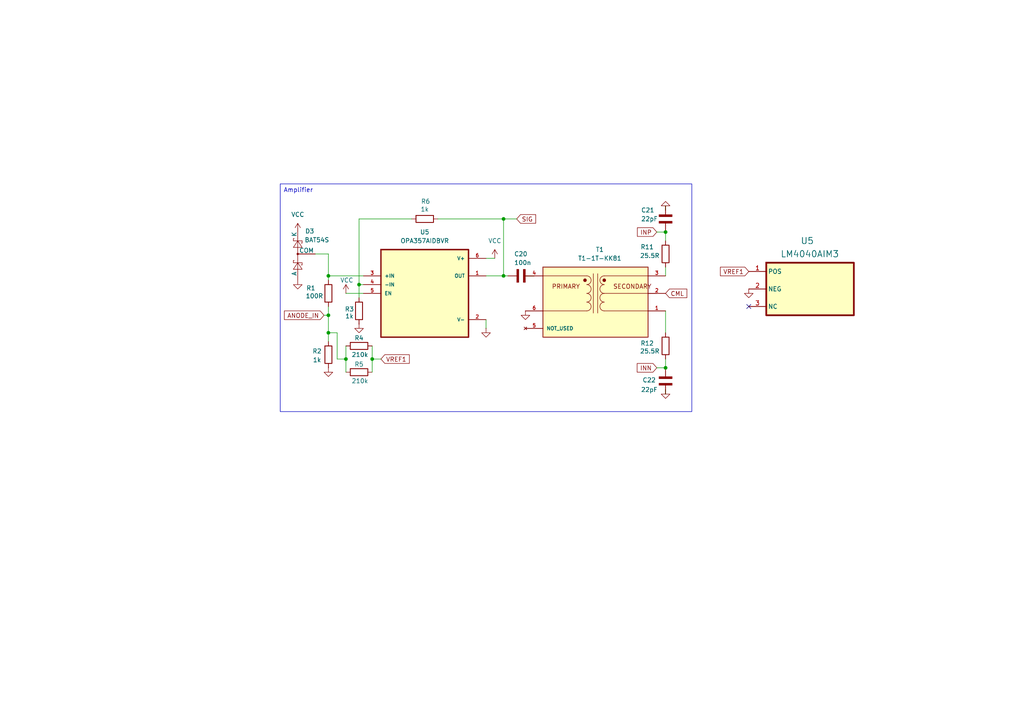
<source format=kicad_sch>
(kicad_sch (version 20250114) (generator "eeschema") (generator_version "9.0")
  (paper "A4")
  (title_block (title "Amplifier") (date "2025-09-07") (rev "0.2.3") (company "Vadym Vikulin") (comment 7 "Temperature Correction (~21 mV/K)"))
  (lib_symbols
    (symbol "CL10B104KC8NNNC_1" (pin_numbers (hide yes)) (pin_names (offset 1.016))
      (property "Reference" "C" (at 0 3.8109 0))
      (property "Value" "CL10B104KC8NNNC" (at 0 -5.0885 0))
      (symbol "CL10B104KC8NNNC_1_0_0"
        (rectangle (start 0 -1.9069) (end 0.635 1.905) (stroke (width 0.1)) (fill (type outline)))
        (rectangle (start 1.9069 -1.9069) (end 2.54 1.905) (stroke (width 0.1)) (fill (type outline)))
        (pin passive line (at -2.54 0 0) (length 2.54) (name "~") (number "1"))
        (pin passive line (at 5.08 0 180) (length 2.54) (name "~") (number "2"))
      )
    )
    (symbol "Device:R" (pin_numbers (hide yes)) (pin_names (offset 0))
      (property "Reference" "R" (at 2.032 0 90))
      (property "Value" "R" (at 0 0 90))
      (symbol "R_0_1"
        (rectangle (start -1.016 -2.54) (end 1.016 2.54) (stroke (width 0.254)))
      )
      (symbol "R_1_1"
        (pin passive line (at 0 3.81 270) (length 1.27) (name "~") (number "1"))
        (pin passive line (at 0 -3.81 90) (length 1.27) (name "~") (number "2"))
      )
    )
    (symbol "Diode:BAT54S" (pin_numbers (hide yes)) (pin_names (offset 0))
      (property "Reference" "D" (at 2.54 -5.08 0))
      (property "Value" "BAT54S" (at -6.35 3.175 0))
      (symbol "BAT54S_0_1"
        (polyline (pts (xy -4.445 1.27) (xy -4.445 -1.27) (xy -2.54 0) (xy -4.445 1.27)))
        (polyline (pts (xy -3.81 0) (xy -1.27 0)))
        (polyline (pts (xy -3.175 -1.27) (xy -3.175 -1.016)))
        (polyline (pts (xy -2.54 1.27) (xy -1.905 1.27)))
        (polyline (pts (xy -2.54 -1.27) (xy -3.175 -1.27)))
        (polyline (pts (xy -2.54 -1.27) (xy -2.54 1.27)))
        (polyline (pts (xy -1.905 1.27) (xy -1.905 1.016)))
        (polyline (pts (xy -1.905 0) (xy 1.905 0)))
        (circle (center 0 0) (radius 0.254) (fill (type outline)))
        (polyline (pts (xy 1.27 0) (xy 3.81 0)))
        (polyline (pts (xy 1.905 1.27) (xy 1.905 -1.27) (xy 3.81 0) (xy 1.905 1.27)))
        (polyline (pts (xy 3.175 -1.27) (xy 3.175 -1.016)))
        (polyline (pts (xy 3.81 1.27) (xy 4.445 1.27)))
        (polyline (pts (xy 3.81 -1.27) (xy 3.175 -1.27)))
        (polyline (pts (xy 3.81 -1.27) (xy 3.81 1.27)))
        (polyline (pts (xy 4.445 1.27) (xy 4.445 1.016)))
      )
      (symbol "BAT54S_1_1"
        (pin passive line (at -7.62 0 0) (length 3.81) (name "A") (number "1"))
        (pin passive line (at 0 -5.08 90) (length 5.08) (name "COM") (number "3"))
        (pin passive line (at 7.62 0 180) (length 3.81) (name "K") (number "2"))
      )
    )
    (symbol "ECHU1C471JX5:ECHU1C471JX5" (pin_numbers (hide yes)) (pin_names (offset 1.016))
      (property "Reference" "C" (at 0 3.81 0))
      (property "Value" "ECHU1C471JX5" (at 0 -5.088 0))
      (symbol "ECHU1C471JX5_0_0"
        (rectangle (start 0 -1.907) (end 0.635 1.905) (stroke (width 0.1)) (fill (type outline)))
        (rectangle (start 1.907 -1.907) (end 2.54 1.905) (stroke (width 0.1)) (fill (type outline)))
        (pin passive line (at -2.54 0 0) (length 2.54) (name "~") (number "1"))
        (pin passive line (at 5.08 0 180) (length 2.54) (name "~") (number "2"))
      )
    )
    (symbol "ECHU1C471JX5_1" (pin_numbers (hide yes)) (pin_names (offset 1.016))
      (property "Reference" "C" (at 0 3.81 0))
      (property "Value" "ECHU1C471JX5" (at 0 -5.088 0))
      (symbol "ECHU1C471JX5_1_0_0"
        (rectangle (start 0 -1.907) (end 0.635 1.905) (stroke (width 0.1)) (fill (type outline)))
        (rectangle (start 1.907 -1.907) (end 2.54 1.905) (stroke (width 0.1)) (fill (type outline)))
        (pin passive line (at -2.54 0 0) (length 2.54) (name "~") (number "1"))
        (pin passive line (at 5.08 0 180) (length 2.54) (name "~") (number "2"))
      )
    )
    (symbol "LM4040AIM3-3_0-T:LM4040AIM3-3_0-T"
      (property "Reference" "U" (at -1.27 1.27 0))
      (property "Value" "*" (at -1.27 -3.81 0))
      (property "Check_prices" "https://www.snapeda.com/parts/LM4040AIM3-3.0/NOPB/Texas%20Instruments/view-part/426658/?ref=eda" (at 0 -10.62 0))
      (symbol "LM4040AIM3-3_0-T_1_0"
        (rectangle (start 12.7 7.62) (end -12.7 -7.62) (stroke (width 0.508) (color 128 0 0 1)) (fill (type background)))
        (pin bidirectional line (at -17.78 5.08 0) (length 5.08) (name "POS") (number "1"))
        (pin bidirectional line (at -17.78 0 0) (length 5.08) (name "NEG") (number "2"))
        (pin bidirectional line (at -17.78 -5.08 0) (length 5.08) (name "NC") (number "3"))
      )
    )
    (symbol "OPA357AIDBVR:OPA357AIDBVR" (pin_names (offset 1.016))
      (property "Reference" "U" (at -12.7 13.7 0))
      (property "Value" "OPA357AIDBVR" (at -12.7 -16.7 0))
      (symbol "OPA357AIDBVR_0_0"
        (rectangle (start -12.7 -12.7) (end 12.7 12.7) (stroke (width 0.41)) (fill (type background)))
        (pin input line (at -17.78 5.08 0) (length 5.08) (name "+IN") (number "3"))
        (pin input line (at -17.78 2.54 0) (length 5.08) (name "-IN") (number "4"))
        (pin input line (at -17.78 0 0) (length 5.08) (name "EN") (number "5"))
        (pin power_in line (at 17.78 10.16 180) (length 5.08) (name "V+") (number "6"))
        (pin output line (at 17.78 5.08 180) (length 5.08) (name "OUT") (number "1"))
        (pin power_in line (at 17.78 -7.62 180) (length 5.08) (name "V-") (number "2"))
      )
    )
    (symbol "T1-1T-KK81:T1-1T-KK81_" (pin_names (offset 1.016))
      (property "Reference" "T" (at -15.24 10.668 0))
      (property "Value" "T1-1T-KK81_" (at -15.24 -12.7 0))
      (symbol "T1-1T-KK81__0_0"
        (rectangle (start -15.24 -10.16) (end 15.24 10.16) (stroke (width 0.254)) (fill (type background)))
        (circle (center -3.048 6.35) (radius 0.254) (stroke (width 0.508)))
        (arc (start -2.54 7.62) (mid -1.2755 6.35) (end -2.54 5.08) (stroke (width 0.1524)))
        (arc (start -2.54 5.08) (mid -1.2755 3.81) (end -2.54 2.54) (stroke (width 0.1524)))
        (arc (start -2.54 2.54) (mid -1.2755 1.27) (end -2.54 0) (stroke (width 0.1524)))
        (arc (start -2.54 0) (mid -1.2755 -1.27) (end -2.54 -2.54) (stroke (width 0.1524)))
        (polyline (pts (xy -2.54 7.62) (xy -15.24 7.62)) (stroke (width 0.1524)))
        (polyline (pts (xy -2.54 -2.54) (xy -15.24 -2.54)) (stroke (width 0.1524)))
        (polyline (pts (xy -0.635 8.255) (xy -0.635 -3.175)) (stroke (width 0.1524)))
        (polyline (pts (xy 0.635 8.255) (xy 0.635 -3.175)) (stroke (width 0.1524)))
        (polyline (pts (xy 2.54 7.62) (xy 15.24 7.62)) (stroke (width 0.1524)))
        (circle (center 2.54 6.35) (radius 0.254) (stroke (width 0.508)))
        (polyline (pts (xy 2.54 2.54) (xy 17.78 2.54)) (stroke (width 0.1524)))
        (polyline (pts (xy 2.54 -2.54) (xy 15.24 -2.54)) (stroke (width 0.1524)))
        (arc (start 2.54 5.08) (mid 1.2755 6.35) (end 2.54 7.62) (stroke (width 0.1524)))
        (arc (start 2.54 2.54) (mid 1.2755 3.81) (end 2.54 5.08) (stroke (width 0.1524)))
        (arc (start 2.54 0) (mid 1.2755 1.27) (end 2.54 2.54) (stroke (width 0.1524)))
        (arc (start 2.54 -2.54) (mid 1.2755 -1.27) (end 2.54 0) (stroke (width 0.1524)))
        (text "PRIMARY" (at -12.7 3.81 0) (effects (font (size 1.27 1.27)) (justify left bottom)))
        (text "SECONDARY" (at 5.08 3.81 0) (effects (font (size 1.27 1.27)) (justify left bottom)))
        (pin passive line (at -20.32 7.62 0) (length 5.08) (name "~") (number "4"))
        (pin passive line (at -20.32 -2.54 0) (length 5.08) (name "~") (number "6"))
        (pin no_connect line (at -20.32 -7.62 0) (length 5.08) (name "NOT_USED") (number "5"))
        (pin passive line (at 20.32 7.62 180) (length 5.08) (name "~") (number "3"))
        (pin passive line (at 20.32 2.54 180) (length 5.08) (name "~") (number "2"))
        (pin passive line (at 20.32 -2.54 180) (length 5.08) (name "~") (number "1"))
      )
    )
    (symbol "power:GND" (power) (pin_numbers (hide yes)) (pin_names (offset 0) (hide yes))
      (property "Value" "GND" (at 0 -3.81 0))
      (symbol "GND_0_1"
        (polyline (pts (xy 0 0) (xy 0 -1.27) (xy 1.27 -1.27) (xy 0 -2.54) (xy -1.27 -1.27) (xy 0 -1.27)))
      )
      (symbol "GND_1_1"
        (pin power_in line (at 0 0 270) (length 0) (name "~") (number "1"))
      )
    )
    (symbol "power:VCC" (power) (pin_numbers (hide yes)) (pin_names (offset 0) (hide yes))
      (property "Value" "VCC" (at 0 3.556 0))
      (symbol "VCC_0_1"
        (polyline (pts (xy -0.762 1.27) (xy 0 2.54)))
        (polyline (pts (xy 0 2.54) (xy 0.762 1.27)))
        (polyline (pts (xy 0 0) (xy 0 2.54)))
      )
      (symbol "VCC_1_1"
        (pin power_in line (at 0 0 90) (length 0) (name "~") (number "1"))
      )
    )
  )
  (text_box "Amplifier" (at 81.28 53.34 0) (size 119.38 66.04) (margins 0.9525 0.9525 0.9525 0.9525) (effects (font (size 1.27 1.27)) (justify left top)))
  (junction (at 146.05 80.01))
  (junction (at 193.04 106.68))
  (junction (at 146.05 63.5))
  (junction (at 107.95 104.14))
  (junction (at 193.04 67.31))
  (junction (at 95.25 80.01))
  (junction (at 104.14 82.55))
  (junction (at 95.25 96.52))
  (junction (at 95.25 91.44))
  (junction (at 100.33 104.14))
  (no_connect (at 217.17 88.9))
  (wire (pts (xy 140.97 80.01) (xy 146.05 80.01)))
  (wire (pts (xy 86.36 67.31) (xy 86.36 66.04)))
  (wire (pts (xy 95.25 73.66) (xy 95.25 80.01)))
  (wire (pts (xy 107.95 104.14) (xy 107.95 107.95)))
  (wire (pts (xy 154.94 80.01) (xy 152.4 80.01)))
  (wire (pts (xy 146.05 63.5) (xy 149.86 63.5)))
  (wire (pts (xy 97.79 96.52) (xy 95.25 96.52)))
  (wire (pts (xy 104.14 82.55) (xy 104.14 86.36)))
  (wire (pts (xy 104.14 82.55) (xy 105.41 82.55)))
  (wire (pts (xy 140.97 92.71) (xy 140.97 95.25)))
  (wire (pts (xy 193.04 67.31) (xy 193.04 69.85)))
  (wire (pts (xy 100.33 85.09) (xy 105.41 85.09)))
  (wire (pts (xy 97.79 104.14) (xy 97.79 96.52)))
  (wire (pts (xy 100.33 104.14) (xy 100.33 107.95)))
  (wire (pts (xy 193.04 113.03) (xy 193.04 114.3)))
  (wire (pts (xy 193.04 60.96) (xy 193.04 59.69)))
  (wire (pts (xy 193.04 96.52) (xy 193.04 90.17)))
  (wire (pts (xy 91.44 73.66) (xy 95.25 73.66)))
  (wire (pts (xy 100.33 104.14) (xy 97.79 104.14)))
  (wire (pts (xy 146.05 63.5) (xy 146.05 80.01)))
  (wire (pts (xy 95.25 99.06) (xy 95.25 96.52)))
  (wire (pts (xy 119.38 63.5) (xy 104.14 63.5)))
  (wire (pts (xy 127 63.5) (xy 146.05 63.5)))
  (wire (pts (xy 146.05 80.01) (xy 147.32 80.01)))
  (wire (pts (xy 95.25 91.44) (xy 93.98 91.44)))
  (wire (pts (xy 95.25 80.01) (xy 105.41 80.01)))
  (wire (pts (xy 95.25 88.9) (xy 95.25 91.44)))
  (wire (pts (xy 110.49 104.14) (xy 107.95 104.14)))
  (wire (pts (xy 193.04 104.14) (xy 193.04 106.68)))
  (wire (pts (xy 104.14 63.5) (xy 104.14 82.55)))
  (wire (pts (xy 190.5 106.68) (xy 193.04 106.68)))
  (wire (pts (xy 100.33 100.33) (xy 100.33 104.14)))
  (wire (pts (xy 193.04 77.47) (xy 193.04 80.01)))
  (wire (pts (xy 95.25 91.44) (xy 95.25 96.52)))
  (wire (pts (xy 107.95 100.33) (xy 107.95 104.14)))
  (wire (pts (xy 95.25 80.01) (xy 95.25 81.28)))
  (wire (pts (xy 190.5 67.31) (xy 193.04 67.31)))
  (wire (pts (xy 140.97 74.93) (xy 143.51 74.93)))
  (global_label "SIG" (shape input) (at 149.86 63.5 0) (property "Intersheetrefs" "${INTERSHEET_REFS}" (effects (hide yes))))
  (global_label "INN" (shape input) (at 190.5 106.68 180) (property "Intersheetrefs" "${INTERSHEET_REFS}" (effects (hide yes))))
  (global_label "CML" (shape input) (at 193.04 85.09 0) (property "Intersheetrefs" "${INTERSHEET_REFS}" (effects (hide yes))))
  (global_label "INP" (shape input) (at 190.5 67.31 180) (property "Intersheetrefs" "${INTERSHEET_REFS}" (effects (hide yes))))
  (global_label "VREF1" (shape input) (at 217.17 78.74 180) (property "Intersheetrefs" "${INTERSHEET_REFS}" (effects (hide yes))))
  (global_label "VREF1" (shape input) (at 110.49 104.14 0) (property "Intersheetrefs" "${INTERSHEET_REFS}" (effects (hide yes))))
  (global_label "ANODE_IN" (shape input) (at 93.98 91.44 180) (property "Intersheetrefs" "${INTERSHEET_REFS}" (effects (hide yes))))
  (symbol (lib_id "power:GND") (at 140.97 95.25 0) (unit 1)
    (property "Reference" "#PWR0109" (effects (hide yes)))
    (property "Value" "GND" (effects (hide yes)))
    (property "Description" "Power symbol creates a global label with name \"GND\" , ground" (effects (hide yes)))
    (instances (project "gamma-spectrometer" (path "" (reference "#PWR0109") (unit 1))) (project "ogk_motherboard" (path "" (reference "#PWR0110") (unit 1))))
  )
  (symbol (lib_id "power:VCC") (at 100.33 85.09 0) (unit 1)
    (property "Reference" "#PWR0108" (effects (hide yes)))
    (property "Value" "VCC" (at 100.584 81.28 0))
    (property "Description" "Power symbol creates a global label with name \"VCC\"" (effects (hide yes)))
  )
  (symbol (lib_id "Device:R") (at 95.25 102.87 180) (unit 1)
    (property "Reference" "R2" (at 91.948 101.854 0))
    (property "Value" "1k" (at 91.948 104.394 0))
    (property "Footprint" "ERJ3EKF1001V:RES_ERJ3EKF1001V" (effects (hide yes)))
    (property "Description" "Resistor" (effects (hide yes)))
    (property "MP" "ERJ3EKF1001V" (effects (hide yes)))
    (property "Package" "0603" (effects (hide yes)))
  )
  (symbol (lib_id "LM4040AIM3-3_0-T:LM4040AIM3-3_0-T") (at 234.95 83.82 0) (unit 1)
    (property "Reference" "U8" (at 232.156 69.85 0) (effects (font (size 1.8288 1.8288)) (justify left)))
    (property "Value" "LM4040AIM3" (at 226.314 73.66 0) (effects (font (size 1.8288 1.8288)) (justify left)))
    (property "Footprint" "LM4040AIM3-3_0-T:SOT95P237X112-3N" (effects (hide yes)))
    (property "Description" "100-ppm/C precision micropower shunt voltage reference 3-SOT-23" (effects (hide yes)))
    (property "DigiKey-Purchase-URL" "https://snapeda.com/shop?store=DigiKey&id=426658" (effects (hide yes)))
    (property "Arrow_Asia-Purchase-URL" "https://snapeda.com/shop?store=Arrow+Asia&id=426658" (effects (hide yes)))
    (property "MP" "LM4040AIM3-3.0/NOPB" (effects (hide yes)))
    (property "SnapEDA_Link" "https://www.snapeda.com/parts/LM4040AIM3-3.0/NOPB/Texas%20Instruments/view-part/426658/?ref=snap" (effects (hide yes)))
    (property "Arrow_Electronics-Purchase-URL" "https://snapeda.com/shop?store=Arrow+Electronics&id=426658" (effects (hide yes)))
    (property "Availability" "Good" (effects (hide yes)))
    (property "MF" "Texas Instruments" (effects (hide yes)))
    (property "Mouser-Purchase-URL" "https://snapeda.com/shop?store=Mouser&id=426658" (effects (hide yes)))
    (property "Package" "SOT-23-3 Texas Instruments" (effects (hide yes)))
    (property "Texas_Instruments-Purchase-URL" "https://snapeda.com/shop?store=Texas+Instruments&id=426658" (effects (hide yes)))
    (property "ALTIUM_VALUE" "*" (effects (hide yes)))
    (property "Price" "None" (effects (hide yes)))
    (property "Check_prices" "https://www.snapeda.com/parts/LM4040AIM3-3.0/NOPB/Texas%20Instruments/view-part/426658/?ref=eda" (effects (hide yes)))
    (instances (project "" (path "" (reference "U5") (unit 1)) (path "" (reference "U8") (unit 1))) (project "ogk_motherboard" (path "" (reference "U8") (unit 1))))
  )
  (symbol (lib_id "Device:R") (at 104.14 107.95 90) (unit 1)
    (property "Reference" "R5" (at 104.14 105.664 90))
    (property "Value" "210k" (at 104.394 110.49 90))
    (property "Footprint" "ERJ3EKF2103V:RES_ERJ3EKF2103V" (effects (hide yes)))
    (property "Description" "Resistor" (effects (hide yes)))
    (property "MF" "Panasonic" (effects (hide yes)))
    (property "MAXIMUM_PACKAGE_HEIGHT" "0.45 mm" (effects (hide yes)))
    (property "Package" "1608-2 Panasonic" (effects (hide yes)))
    (property "Price" "None" (effects (hide yes)))
    (property "Check_prices" "https://www.snapeda.com/parts/ERJ-3EKF2103V/Panasonic/view-part/?ref=eda" (effects (hide yes)))
    (property "STANDARD" "Manufacturer Recommendations" (effects (hide yes)))
    (property "PARTREV" "3/1/2020" (effects (hide yes)))
    (property "SnapEDA_Link" "https://www.snapeda.com/parts/ERJ-3EKF2103V/Panasonic/view-part/?ref=snap" (effects (hide yes)))
    (property "MP" "ERJ-3EKF2103V" (effects (hide yes)))
    (property "Description_1" "Resistor,Thick Film,Res 210 Kilohms,Pwr-Rtg 0.1 W,Tol 1%,SMT,0603,Cut Tape | Panasonic Electronic Components ERJ-3EKF2103V" (effects (hide yes)))
    (property "Availability" "In Stock" (effects (hide yes)))
    (property "MANUFACTURER" "Panasonic" (effects (hide yes)))
  )
  (symbol (lib_id "power:VCC") (at 143.51 74.93 0) (unit 1)
    (property "Reference" "#PWR0110" (effects (hide yes)))
    (property "Value" "VCC" (at 143.51 69.85 0))
    (property "Description" "Power symbol creates a global label with name \"VCC\"" (effects (hide yes)))
    (instances (project "gamma-spectrometer" (path "" (reference "#PWR0110") (unit 1))) (project "ogk_motherboard" (path "" (reference "#PWR0109") (unit 1))))
  )
  (symbol (lib_id "power:GND") (at 193.04 60.96 180) (unit 1)
    (property "Reference" "#PWR0105" (effects (hide yes)))
    (property "Value" "GND" (effects (hide yes)))
    (property "Description" "Power symbol creates a global label with name \"GND\" , ground" (effects (hide yes)))
    (instances (project "gamma-spectrometer" (path "" (reference "#PWR0105") (unit 1))) (project "ogk_motherboard" (path "" (reference "#PWR0102") (unit 1))))
  )
  (symbol (lib_name "ECHU1C471JX5_1") (lib_id "ECHU1C471JX5:ECHU1C471JX5") (at 193.04 111.76 90) (unit 1)
    (property "Reference" "C22" (at 190.246 110.236 90) (effects (justify left)))
    (property "Value" "22pF" (at 190.754 113.03 90) (effects (justify left)))
    (property "Footprint" "ECJ-1VC1H220J:CAPC1608X90N" (effects (hide yes)))
    (property "MF" "Panasonic" (effects (hide yes)))
    (property "MAXIMUM_PACKAGE_HEIGHT" "0.7 mm" (effects (hide yes)))
    (property "Package" "0603-2 Panasonic" (effects (hide yes)))
    (property "Price" "None" (effects (hide yes)))
    (property "Check_prices" "https://www.snapeda.com/parts/ECHU1C471JX5/Panasonic/view-part/?ref=eda" (effects (hide yes)))
    (property "STANDARD" "Manufacturer Recommendations" (effects (hide yes)))
    (property "PARTREV" "11-Oct-17" (effects (hide yes)))
    (property "SnapEDA_Link" "https://www.snapeda.com/parts/ECHU1C471JX5/Panasonic/view-part/?ref=snap" (effects (hide yes)))
    (property "MP" "ECHU1C471JX5" (effects (hide yes)))
    (property "Description_1" "470pF Film Capacitor 11V 16V Polyphenylene Sulfide (PPS), Metallized - Stacked 0603 (1608 Metric)" (effects (hide yes)))
    (property "Availability" "In Stock" (effects (hide yes)))
    (property "MANUFACTURER" "Panasonic" (effects (hide yes)))
  )
  (symbol (lib_id "power:GND") (at 95.25 106.68 0) (unit 1)
    (property "Reference" "#PWR0103" (effects (hide yes)))
    (property "Value" "GND" (effects (hide yes)))
    (property "Description" "Power symbol creates a global label with name \"GND\" , ground" (effects (hide yes)))
    (instances (project "gamma-spectrometer" (path "" (reference "#PWR0103") (unit 1))) (project "ogk_motherboard" (path "" (reference "#PWR0107") (unit 1))))
  )
  (symbol (lib_id "power:GND") (at 217.17 83.82 0) (unit 1)
    (property "Reference" "#PWR0101" (effects (hide yes)))
    (property "Value" "GND" (effects (hide yes)))
    (property "Description" "Power symbol creates a global label with name \"GND\" , ground" (effects (hide yes)))
  )
  (symbol (lib_name "CL10B104KC8NNNC_1") (lib_id "CL10B104KC8NNNC:CL10B104KC8NNNC") (at 149.86 80.01 0) (unit 1)
    (property "Reference" "C20" (at 149.098 73.66 0) (effects (justify left)))
    (property "Value" "100n" (at 149.098 76.2 0) (effects (justify left)))
    (property "Footprint" "CL10B104KC8NNNC:CAPC1608X90N" (effects (hide yes)))
    (property "MF" "Samsung" (effects (hide yes)))
    (property "MAXIMUM_PACKAGE_HEIGHT" "0.9 mm" (effects (hide yes)))
    (property "Package" "0603 Samsung" (effects (hide yes)))
    (property "Price" "None" (effects (hide yes)))
    (property "Check_prices" "https://www.snapeda.com/parts/CL10B104KC8NNNC/Samsung/view-part/?ref=eda" (effects (hide yes)))
    (property "STANDARD" "IPC-7351B" (effects (hide yes)))
    (property "PARTREV" "NA" (effects (hide yes)))
    (property "SnapEDA_Link" "https://www.snapeda.com/parts/CL10B104KC8NNNC/Samsung/view-part/?ref=snap" (effects (hide yes)))
    (property "MP" "CL10B104KC8NNNC" (effects (hide yes)))
    (property "Description_1" "\n                        \n                            0.1 µF ±10% 100V Ceramic Capacitor X7R 0603 (1608 Metric)\n                        \n" (effects (hide yes)))
    (property "Availability" "In Stock" (effects (hide yes)))
    (property "MANUFACTURER" "Samsung" (effects (hide yes)))
  )
  (symbol (lib_id "power:GND") (at 104.14 93.98 0) (unit 1)
    (property "Reference" "#PWR0111" (effects (hide yes)))
    (property "Value" "GND" (effects (hide yes)))
    (property "Description" "Power symbol creates a global label with name \"GND\" , ground" (effects (hide yes)))
  )
  (symbol (lib_id "Device:R") (at 193.04 73.66 180) (unit 1)
    (property "Reference" "R11" (at 187.706 71.628 0))
    (property "Value" "25.5R" (at 188.468 74.168 0))
    (property "Footprint" "ERJ3EKF25R5V:RES_ERJ3EKF25R5V" (effects (hide yes)))
    (property "Description" "Resistor" (effects (hide yes)))
    (property "MP" "ERJ3EKF25R5V" (effects (hide yes)))
    (property "Package" "0603" (effects (hide yes)))
  )
  (symbol (lib_id "Device:R") (at 104.14 100.33 90) (unit 1)
    (property "Reference" "R4" (at 104.14 98.044 90))
    (property "Value" "210k" (at 104.394 102.87 90))
    (property "Footprint" "ERJ3EKF2103V:RES_ERJ3EKF2103V" (effects (hide yes)))
    (property "Description" "Resistor" (effects (hide yes)))
    (property "MF" "Panasonic" (effects (hide yes)))
    (property "MAXIMUM_PACKAGE_HEIGHT" "0.45 mm" (effects (hide yes)))
    (property "Package" "1608-2 Panasonic" (effects (hide yes)))
    (property "Price" "None" (effects (hide yes)))
    (property "Check_prices" "https://www.snapeda.com/parts/ERJ-3EKF2103V/Panasonic/view-part/?ref=eda" (effects (hide yes)))
    (property "STANDARD" "Manufacturer Recommendations" (effects (hide yes)))
    (property "PARTREV" "3/1/2020" (effects (hide yes)))
    (property "SnapEDA_Link" "https://www.snapeda.com/parts/ERJ-3EKF2103V/Panasonic/view-part/?ref=snap" (effects (hide yes)))
    (property "MP" "ERJ-3EKF2103V" (effects (hide yes)))
    (property "Description_1" "Resistor,Thick Film,Res 210 Kilohms,Pwr-Rtg 0.1 W,Tol 1%,SMT,0603,Cut Tape | Panasonic Electronic Components ERJ-3EKF2103V" (effects (hide yes)))
    (property "Availability" "In Stock" (effects (hide yes)))
    (property "MANUFACTURER" "Panasonic" (effects (hide yes)))
  )
  (symbol (lib_id "power:GND") (at 152.4 90.17 0) (unit 1)
    (property "Reference" "#PWR0104" (effects (hide yes)))
    (property "Value" "GND" (effects (hide yes)))
    (property "Description" "Power symbol creates a global label with name \"GND\" , ground" (effects (hide yes)))
    (instances (project "gamma-spectrometer" (path "" (reference "#PWR0104") (unit 1))) (project "ogk_motherboard" (path "" (reference "#PWR0103") (unit 1))))
  )
  (symbol (lib_id "Device:R") (at 104.14 90.17 180) (unit 1)
    (property "Reference" "R3" (at 101.346 89.662 0))
    (property "Value" "1k" (at 101.346 91.694 0))
    (property "Footprint" "ERJ3EKF1001V:RES_ERJ3EKF1001V" (effects (hide yes)))
    (property "Description" "Resistor" (effects (hide yes)))
    (property "MP" "ERJ3EKF1001V" (effects (hide yes)))
    (property "Package" "0603" (effects (hide yes)))
  )
  (symbol (lib_id "Diode:BAT54S") (at 86.36 73.66 90) (unit 1)
    (property "Reference" "D3" (at 91.186 67.056 90) (effects (justify left)))
    (property "Value" "BAT54S" (at 95.504 69.596 90) (effects (justify left)))
    (property "Footprint" "Package_TO_SOT_SMD:SOT-23" (effects (hide yes)))
    (property "Datasheet" "https://www.diodes.com/assets/Datasheets/ds11005.pdf" (effects (hide yes)))
    (property "Description" "Vr 30V, If 200mA, Dual schottky barrier diode, in series, SOT-323" (effects (hide yes)))
    (property "MP" "933976380215" (effects (hide yes)))
  )
  (symbol (lib_id "ECHU1C471JX5:ECHU1C471JX5") (at 193.04 62.23 270) (unit 1)
    (property "Reference" "C21" (at 185.928 60.96 90) (effects (justify left)))
    (property "Value" "22pF" (at 185.928 63.5 90) (effects (justify left)))
    (property "Footprint" "ECJ-1VC1H220J:CAPC1608X90N" (effects (hide yes)))
    (property "MF" "Panasonic" (effects (hide yes)))
    (property "MAXIMUM_PACKAGE_HEIGHT" "0.7 mm" (effects (hide yes)))
    (property "Package" "0603-2 Panasonic" (effects (hide yes)))
    (property "Price" "None" (effects (hide yes)))
    (property "Check_prices" "https://www.snapeda.com/parts/ECHU1C471JX5/Panasonic/view-part/?ref=eda" (effects (hide yes)))
    (property "STANDARD" "Manufacturer Recommendations" (effects (hide yes)))
    (property "PARTREV" "11-Oct-17" (effects (hide yes)))
    (property "SnapEDA_Link" "https://www.snapeda.com/parts/ECHU1C471JX5/Panasonic/view-part/?ref=snap" (effects (hide yes)))
    (property "MP" "ECHU1C471JX5" (effects (hide yes)))
    (property "Description_1" "470pF Film Capacitor 11V 16V Polyphenylene Sulfide (PPS), Metallized - Stacked 0603 (1608 Metric)" (effects (hide yes)))
    (property "Availability" "In Stock" (effects (hide yes)))
    (property "MANUFACTURER" "Panasonic" (effects (hide yes)))
  )
  (symbol (lib_id "Device:R") (at 193.04 100.33 0) (unit 1)
    (property "Reference" "R12" (at 187.706 99.568 0))
    (property "Value" "25.5R" (at 188.468 101.854 0))
    (property "Footprint" "ERJ3EKF25R5V:RES_ERJ3EKF25R5V" (effects (hide yes)))
    (property "Description" "Resistor" (effects (hide yes)))
    (property "MP" "ERJ3EKF25R5V" (effects (hide yes)))
    (property "Package" "0603" (effects (hide yes)))
  )
  (symbol (lib_id "power:GND") (at 193.04 113.03 0) (unit 1)
    (property "Reference" "#PWR0102" (effects (hide yes)))
    (property "Value" "GND" (effects (hide yes)))
    (property "Description" "Power symbol creates a global label with name \"GND\" , ground" (effects (hide yes)))
    (instances (project "gamma-spectrometer" (path "" (reference "#PWR0102") (unit 1))) (project "ogk_motherboard" (path "" (reference "#PWR0104") (unit 1))))
  )
  (symbol (lib_id "T1-1T-KK81:T1-1T-KK81_") (at 172.72 87.63 0) (unit 1)
    (property "Reference" "T1" (at 173.9646 72.39 0))
    (property "Value" "T1-1T-KK81" (at 173.9646 74.93 0))
    (property "Footprint" "T1-1T-KK81:XFMR_T1-1T-KK81_" (effects (hide yes)))
    (property "MF" "Mini-Circuits" (effects (hide yes)))
    (property "MAXIMUM_PACKAGE_HEIGHT" "6.6 mm" (effects (hide yes)))
    (property "Package" "None" (effects (hide yes)))
    (property "Price" "None" (effects (hide yes)))
    (property "Check_prices" "https://www.snapeda.com/parts/T1-1T-KK81+/Mini-Circuits/view-part/?ref=eda" (effects (hide yes)))
    (property "STANDARD" "Manufacturer Recommendations" (effects (hide yes)))
    (property "PARTREV" "B" (effects (hide yes)))
    (property "SnapEDA_Link" "https://www.snapeda.com/parts/T1-1T-KK81+/Mini-Circuits/view-part/?ref=snap" (effects (hide yes)))
    (property "MP" "T1-1T-KK81+" (effects (hide yes)))
    (property "Description_1" "Signal Conditioning 1:1 Core & Wire Transformer, 0.08 - 200 MHz, 50ohm" (effects (hide yes)))
    (property "MANUFACTURER" "Mini-Circuits" (effects (hide yes)))
    (property "Availability" "In Stock" (effects (hide yes)))
    (property "SNAPEDA_PN" "T1-1T-KK81+" (effects (hide yes)))
  )
  (symbol (lib_id "power:GND") (at 86.36 81.28 0) (unit 1)
    (property "Reference" "#PWR0107" (effects (hide yes)))
    (property "Value" "GND" (effects (hide yes)))
    (property "Description" "Power symbol creates a global label with name \"GND\" , ground" (effects (hide yes)))
    (instances (project "gamma-spectrometer" (path "" (reference "#PWR0107") (unit 1))) (project "ogk_motherboard" (path "" (reference "#PWR0106") (unit 1))))
  )
  (symbol (lib_id "OPA357AIDBVR:OPA357AIDBVR") (at 123.19 85.09 0) (unit 1)
    (property "Reference" "U5" (at 123.19 67.31 0))
    (property "Value" "OPA357AIDBVR" (at 123.19 69.85 0))
    (property "Footprint" "OPA357AIDBVR:SOT95P280X145-6N" (effects (hide yes)))
    (property "MF" "Texas Instruments" (effects (hide yes)))
    (property "Description_1" "250MHz, Rail-to-Rail I/O, Single CMOS Operational Amplifier w/Shutdown" (effects (hide yes)))
    (property "Package" "SOT-23-6 Texas Instruments" (effects (hide yes)))
    (property "Price" "None" (effects (hide yes)))
    (property "SnapEDA_Link" "https://www.snapeda.com/parts/OPA357AIDBVR/Texas+Instruments/view-part/?ref=snap" (effects (hide yes)))
    (property "MP" "OPA357AIDBVR" (effects (hide yes)))
    (property "Availability" "In Stock" (effects (hide yes)))
    (property "Check_prices" "https://www.snapeda.com/parts/OPA357AIDBVR/Texas+Instruments/view-part/?ref=eda" (effects (hide yes)))
  )
  (symbol (lib_id "power:VCC") (at 86.36 67.31 0) (unit 1)
    (property "Reference" "#PWR0106" (effects (hide yes)))
    (property "Value" "VCC" (at 86.36 62.23 0))
    (property "Description" "Power symbol creates a global label with name \"VCC\"" (effects (hide yes)))
    (instances (project "gamma-spectrometer" (path "" (reference "#PWR0106") (unit 1))) (project "ogk_motherboard" (path "" (reference "#PWR0105") (unit 1))))
  )
  (symbol (lib_id "Device:R") (at 95.25 85.09 0) (unit 1)
    (property "Reference" "R1" (at 90.17 83.566 0))
    (property "Value" "100R" (at 91.186 85.852 0))
    (property "Footprint" "ERJ3EKF1000V:RES_ERJ3EKF1000V" (effects (hide yes)))
    (property "Description" "Resistor" (effects (hide yes)))
    (property "MP" "ERJ3EKF1000V" (effects (hide yes)))
    (property "Package" "0603" (effects (hide yes)))
  )
  (symbol (lib_id "Device:R") (at 123.19 63.5 90) (unit 1)
    (property "Reference" "R6" (at 123.444 58.42 90))
    (property "Value" "1k" (at 123.19 60.706 90))
    (property "Footprint" "ERJ3EKF1001V:RES_ERJ3EKF1001V" (effects (hide yes)))
    (property "Description" "Resistor" (effects (hide yes)))
    (property "MP" "ERJ3EKF1001V" (effects (hide yes)))
    (property "Package" "0603" (effects (hide yes)))
  )
)
</source>
